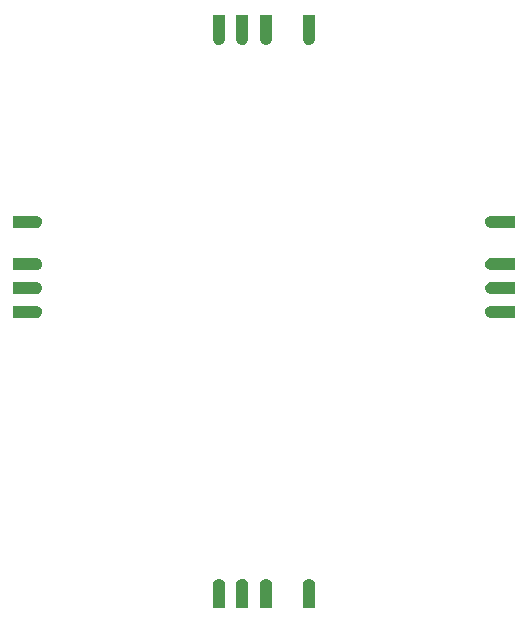
<source format=gbp>
G04*
G04 #@! TF.GenerationSoftware,Altium Limited,Altium Designer,23.8.1 (32)*
G04*
G04 Layer_Color=128*
%FSLAX44Y44*%
%MOMM*%
G71*
G04*
G04 #@! TF.SameCoordinates,1253C11B-B4F6-43D5-8584-102BFB41548A*
G04*
G04*
G04 #@! TF.FilePolarity,Positive*
G04*
G01*
G75*
G36*
X46382Y24189D02*
X47789Y22782D01*
X48550Y20945D01*
Y19950D01*
Y-50D01*
X38550D01*
Y19950D01*
Y20945D01*
X39311Y22782D01*
X40718Y24189D01*
X42555Y24950D01*
X44545D01*
X46382Y24189D01*
D02*
G37*
G36*
X66382D02*
X67789Y22782D01*
X68550Y20945D01*
Y19950D01*
Y-50D01*
X58550D01*
Y19950D01*
Y20945D01*
X59311Y22782D01*
X60718Y24189D01*
X62555Y24950D01*
X64545D01*
X66382Y24189D01*
D02*
G37*
G36*
X-108168Y255239D02*
X-106761Y253832D01*
X-106000Y251995D01*
Y250005D01*
X-106761Y248168D01*
X-108168Y246761D01*
X-110005Y246000D01*
X-131000D01*
Y256000D01*
X-110005D01*
X-108168Y255239D01*
D02*
G37*
G36*
Y275239D02*
X-106761Y273832D01*
X-106000Y271995D01*
Y270005D01*
X-106761Y268168D01*
X-108168Y266761D01*
X-110005Y266000D01*
X-111000D01*
X-131000Y266000D01*
Y276000D01*
X-111000Y276000D01*
X-110005D01*
X-108168Y275239D01*
D02*
G37*
G36*
X86382Y24189D02*
X87789Y22782D01*
X88550Y20945D01*
Y19950D01*
Y-50D01*
X78550D01*
Y19950D01*
Y20945D01*
X79311Y22782D01*
X80718Y24189D01*
X82555Y24950D01*
X84544D01*
X86382Y24189D01*
D02*
G37*
G36*
X122582D02*
X123989Y22782D01*
X124750Y20945D01*
Y19950D01*
Y-50D01*
X114750D01*
X114750Y19950D01*
Y20945D01*
X115511Y22782D01*
X116918Y24189D01*
X118755Y24950D01*
X120744D01*
X122582Y24189D01*
D02*
G37*
G36*
X294300Y246000D02*
X273305D01*
X271468Y246761D01*
X270061Y248168D01*
X269300Y250005D01*
Y251994D01*
X270061Y253832D01*
X271468Y255239D01*
X273305Y256000D01*
X294300D01*
Y246000D01*
D02*
G37*
G36*
Y266000D02*
X273305D01*
X271468Y266761D01*
X270061Y268168D01*
X269300Y270005D01*
Y271995D01*
X270061Y273832D01*
X271468Y275239D01*
X273305Y276000D01*
X294300D01*
Y266000D01*
D02*
G37*
G36*
X-111000Y296000D02*
X-110005D01*
X-108168Y295239D01*
X-106761Y293832D01*
X-106000Y291994D01*
Y290005D01*
X-106761Y288168D01*
X-108168Y286761D01*
X-110005Y286000D01*
X-111000D01*
X-131000Y286000D01*
Y296000D01*
X-111000Y296000D01*
D02*
G37*
G36*
X-108168Y331439D02*
X-106761Y330032D01*
X-106000Y328195D01*
Y326205D01*
X-106761Y324368D01*
X-108168Y322961D01*
X-110005Y322200D01*
X-111000D01*
Y322200D01*
X-131000Y322200D01*
Y332200D01*
X-111000Y332200D01*
X-110005D01*
X-108168Y331439D01*
D02*
G37*
G36*
X48550Y482100D02*
Y481105D01*
X47789Y479268D01*
X46382Y477861D01*
X44545Y477100D01*
X42555D01*
X40718Y477861D01*
X39311Y479268D01*
X38550Y481105D01*
Y482100D01*
Y502100D01*
X48550D01*
Y482100D01*
D02*
G37*
G36*
X68550D02*
Y481105D01*
X67789Y479268D01*
X66382Y477861D01*
X64545Y477100D01*
X62555D01*
X60718Y477861D01*
X59311Y479268D01*
X58550Y481105D01*
Y482100D01*
Y502100D01*
X68550D01*
Y482100D01*
D02*
G37*
G36*
X294300Y286000D02*
X273305D01*
X271468Y286761D01*
X270061Y288168D01*
X269300Y290005D01*
Y291994D01*
X270061Y293832D01*
X271468Y295239D01*
X273305Y296000D01*
X294300D01*
Y286000D01*
D02*
G37*
G36*
Y322200D02*
X273305D01*
X271468Y322961D01*
X270061Y324368D01*
X269300Y326205D01*
Y328195D01*
X270061Y330032D01*
X271468Y331439D01*
X273305Y332200D01*
X294300D01*
Y322200D01*
D02*
G37*
G36*
X88550Y482100D02*
Y481105D01*
X87789Y479268D01*
X86382Y477861D01*
X84544Y477100D01*
X82555D01*
X80718Y477861D01*
X79311Y479268D01*
X78550Y481105D01*
Y482100D01*
Y502100D01*
X88550D01*
Y482100D01*
D02*
G37*
G36*
X124750D02*
Y481105D01*
X123989Y479268D01*
X122582Y477861D01*
X120744Y477100D01*
X118755D01*
X116918Y477861D01*
X115511Y479268D01*
X114750Y481105D01*
Y482100D01*
Y502100D01*
X124750D01*
Y482100D01*
D02*
G37*
M02*

</source>
